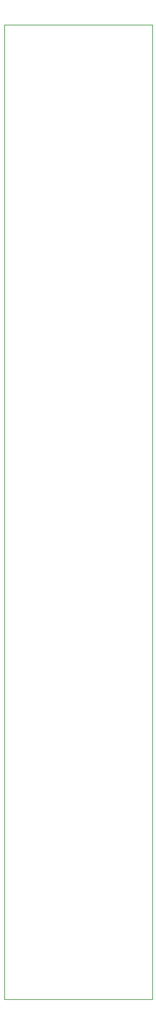
<source format=gbr>
%TF.GenerationSoftware,KiCad,Pcbnew,(6.0.5)*%
%TF.CreationDate,2022-06-04T22:54:33-04:00*%
%TF.ProjectId,aux_panel,6175785f-7061-46e6-956c-2e6b69636164,0.1*%
%TF.SameCoordinates,Original*%
%TF.FileFunction,Profile,NP*%
%FSLAX46Y46*%
G04 Gerber Fmt 4.6, Leading zero omitted, Abs format (unit mm)*
G04 Created by KiCad (PCBNEW (6.0.5)) date 2022-06-04 22:54:33*
%MOMM*%
%LPD*%
G01*
G04 APERTURE LIST*
%TA.AperFunction,Profile*%
%ADD10C,0.100000*%
%TD*%
G04 APERTURE END LIST*
D10*
X101600000Y-44450000D02*
X121920000Y-44450000D01*
X121920000Y-44450000D02*
X121920000Y-177800000D01*
X121920000Y-177800000D02*
X101600000Y-177800000D01*
X101600000Y-177800000D02*
X101600000Y-44450000D01*
M02*

</source>
